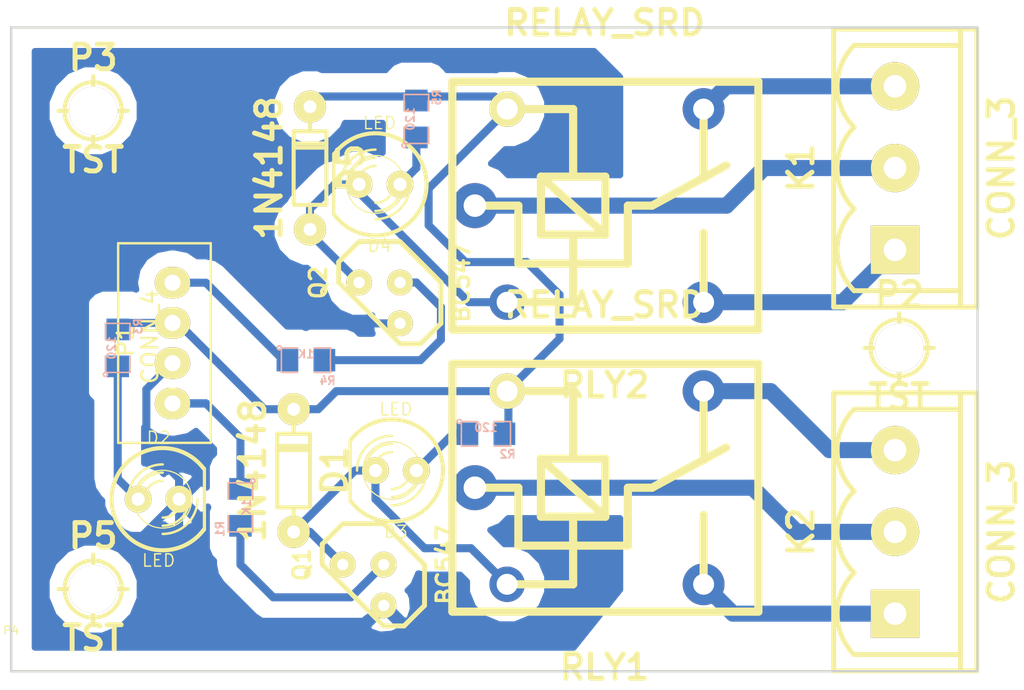
<source format=kicad_pcb>
(kicad_pcb (version 3) (host pcbnew "(2013-may-18)-stable")

  (general
    (links 29)
    (no_connects 0)
    (area 94.861234 36.5536 158.6484 78.9164)
    (thickness 1.6)
    (drawings 4)
    (tracks 91)
    (zones 0)
    (modules 21)
    (nets 18)
  )

  (page A3)
  (layers
    (15 F.Cu signal)
    (0 B.Cu signal)
    (16 B.Adhes user)
    (17 F.Adhes user)
    (18 B.Paste user)
    (19 F.Paste user)
    (20 B.SilkS user)
    (21 F.SilkS user)
    (22 B.Mask user)
    (23 F.Mask user)
    (24 Dwgs.User user)
    (25 Cmts.User user)
    (26 Eco1.User user)
    (27 Eco2.User user)
    (28 Edge.Cuts user)
  )

  (setup
    (last_trace_width 0.254)
    (user_trace_width 0.5)
    (user_trace_width 1)
    (user_trace_width 1.5)
    (user_trace_width 2)
    (trace_clearance 0.254)
    (zone_clearance 1.2)
    (zone_45_only no)
    (trace_min 0.254)
    (segment_width 0.2)
    (edge_width 0.15)
    (via_size 0.889)
    (via_drill 0.635)
    (via_min_size 0.889)
    (via_min_drill 0.508)
    (user_via 1.5 0.6)
    (user_via 1.9 1)
    (uvia_size 0.508)
    (uvia_drill 0.127)
    (uvias_allowed no)
    (uvia_min_size 0.508)
    (uvia_min_drill 0.127)
    (pcb_text_width 0.3)
    (pcb_text_size 1 1)
    (mod_edge_width 0.25)
    (mod_text_size 1 1)
    (mod_text_width 0.15)
    (pad_size 1.95 2.2)
    (pad_drill 1)
    (pad_to_mask_clearance 0.3)
    (aux_axis_origin 0 0)
    (visible_elements 7FFFFFFF)
    (pcbplotparams
      (layerselection 4194304)
      (usegerberextensions false)
      (excludeedgelayer false)
      (linewidth 0.150000)
      (plotframeref false)
      (viasonmask true)
      (mode 1)
      (useauxorigin false)
      (hpglpennumber 1)
      (hpglpenspeed 20)
      (hpglpendiameter 15)
      (hpglpenoverlay 2)
      (psnegative false)
      (psa4output false)
      (plotreference true)
      (plotvalue true)
      (plotothertext true)
      (plotinvisibletext true)
      (padsonsilk true)
      (subtractmaskfromsilk false)
      (outputformat 5)
      (mirror false)
      (drillshape 2)
      (scaleselection 1)
      (outputdirectory ""))
  )

  (net 0 "")
  (net 1 GND)
  (net 2 N-0000010)
  (net 3 N-0000011)
  (net 4 N-0000012)
  (net 5 N-0000016)
  (net 6 N-0000017)
  (net 7 N-0000018)
  (net 8 N-0000019)
  (net 9 N-000002)
  (net 10 N-0000020)
  (net 11 N-0000021)
  (net 12 N-000003)
  (net 13 N-000005)
  (net 14 N-000009)
  (net 15 "Relay 1")
  (net 16 "Relay 2")
  (net 17 VCC)

  (net_class Default "This is the default net class."
    (clearance 0.254)
    (trace_width 0.254)
    (via_dia 0.889)
    (via_drill 0.635)
    (uvia_dia 0.508)
    (uvia_drill 0.127)
    (add_net "")
    (add_net GND)
    (add_net N-0000010)
    (add_net N-0000011)
    (add_net N-0000012)
    (add_net N-0000016)
    (add_net N-0000017)
    (add_net N-0000018)
    (add_net N-0000019)
    (add_net N-000002)
    (add_net N-0000020)
    (add_net N-0000021)
    (add_net N-000003)
    (add_net N-000005)
    (add_net N-000009)
    (add_net "Relay 1")
    (add_net "Relay 2")
    (add_net VCC)
  )

  (module B4B-XH-A (layer F.Cu) (tedit 53361286) (tstamp 52A5CD27)
    (at 106.018 57.61 90)
    (path /52A5CA3D)
    (fp_text reference P1 (at 0.127 -2.921 90) (layer F.SilkS)
      (effects (font (size 1 1) (thickness 0.15)))
    )
    (fp_text value CONN_4 (at 0.381 -1.397 90) (layer F.SilkS)
      (effects (font (size 1 1) (thickness 0.15)))
    )
    (fp_line (start -6.2 2.375) (end -6.2 -3.375) (layer F.SilkS) (width 0.15))
    (fp_line (start 6.2 2.375) (end 6.2 -3.375) (layer F.SilkS) (width 0.15))
    (fp_line (start -6.2 -3.375) (end 6.2 -3.375) (layer F.SilkS) (width 0.15))
    (fp_line (start -6.2 2.375) (end 6.2 2.375) (layer F.SilkS) (width 0.15))
    (pad 1 thru_hole oval (at -3.75 0 90) (size 1.95 2.2) (drill 1)
      (layers *.Cu *.Mask F.SilkS)
      (net 15 "Relay 1")
    )
    (pad 2 thru_hole oval (at -1.25 0 90) (size 1.95 2.2) (drill 1)
      (layers *.Cu *.Mask F.SilkS)
      (net 1 GND)
    )
    (pad 3 thru_hole oval (at 1.25 0 90) (size 1.95 2.2) (drill 1)
      (layers *.Cu *.Mask F.SilkS)
      (net 17 VCC)
    )
    (pad 4 thru_hole oval (at 3.75 0 90) (size 1.95 2.2) (drill 1)
      (layers *.Cu *.Mask F.SilkS)
      (net 16 "Relay 2")
    )
    (model xh_connector/B4B-XH-A.wrl
      (at (xyz 0 0 0))
      (scale (xyz 1 1 1))
      (rotate (xyz -90 0 0))
    )
  )

  (module TO92-123 (layer F.Cu) (tedit 4C5F51CE) (tstamp 52A5CC24)
    (at 117.856 72.644 270)
    (descr "Transistor TO92 brochage type BC237")
    (tags "TR TO92")
    (path /523629EF)
    (fp_text reference Q1 (at -1.27 3.81 270) (layer F.SilkS)
      (effects (font (size 1.016 1.016) (thickness 0.2032)))
    )
    (fp_text value BC547 (at -1.27 -5.08 270) (layer F.SilkS)
      (effects (font (size 1.016 1.016) (thickness 0.2032)))
    )
    (fp_line (start -1.27 2.54) (end 2.54 -1.27) (layer F.SilkS) (width 0.3048))
    (fp_line (start 2.54 -1.27) (end 2.54 -2.54) (layer F.SilkS) (width 0.3048))
    (fp_line (start 2.54 -2.54) (end 1.27 -3.81) (layer F.SilkS) (width 0.3048))
    (fp_line (start 1.27 -3.81) (end -1.27 -3.81) (layer F.SilkS) (width 0.3048))
    (fp_line (start -1.27 -3.81) (end -3.81 -1.27) (layer F.SilkS) (width 0.3048))
    (fp_line (start -3.81 -1.27) (end -3.81 1.27) (layer F.SilkS) (width 0.3048))
    (fp_line (start -3.81 1.27) (end -2.54 2.54) (layer F.SilkS) (width 0.3048))
    (fp_line (start -2.54 2.54) (end -1.27 2.54) (layer F.SilkS) (width 0.3048))
    (pad 3 thru_hole circle (at 1.27 -1.27 270) (size 1.6 1.6) (drill 0.7)
      (layers *.Cu *.Mask F.SilkS)
      (net 1 GND)
    )
    (pad 2 thru_hole circle (at -1.27 -1.27 270) (size 1.6 1.6) (drill 0.7)
      (layers *.Cu *.Mask F.SilkS)
      (net 8 N-0000019)
    )
    (pad 1 thru_hole circle (at -1.27 1.27 270) (size 1.6 1.6) (drill 0.7)
      (layers *.Cu *.Mask F.SilkS)
      (net 10 N-0000020)
    )
    (model discret/to98.wrl
      (at (xyz 0 0 0))
      (scale (xyz 1 1 1))
      (rotate (xyz 0 0 0))
    )
  )

  (module TO92-123 (layer F.Cu) (tedit 52B5D9ED) (tstamp 52A5CC33)
    (at 118.872 55.118 270)
    (descr "Transistor TO92 brochage type BC237")
    (tags "TR TO92")
    (path /52A5CAA1)
    (fp_text reference Q2 (at -1.27 3.81 270) (layer F.SilkS)
      (effects (font (size 1.016 1.016) (thickness 0.2032)))
    )
    (fp_text value BC547 (at -1.27 -5.08 270) (layer F.SilkS)
      (effects (font (size 1.016 1.016) (thickness 0.2032)))
    )
    (fp_line (start -1.27 2.54) (end 2.54 -1.27) (layer F.SilkS) (width 0.3048))
    (fp_line (start 2.54 -1.27) (end 2.54 -2.54) (layer F.SilkS) (width 0.3048))
    (fp_line (start 2.54 -2.54) (end 1.27 -3.81) (layer F.SilkS) (width 0.3048))
    (fp_line (start 1.27 -3.81) (end -1.27 -3.81) (layer F.SilkS) (width 0.3048))
    (fp_line (start -1.27 -3.81) (end -3.81 -1.27) (layer F.SilkS) (width 0.3048))
    (fp_line (start -3.81 -1.27) (end -3.81 1.27) (layer F.SilkS) (width 0.3048))
    (fp_line (start -3.81 1.27) (end -2.54 2.54) (layer F.SilkS) (width 0.3048))
    (fp_line (start -2.54 2.54) (end -1.27 2.54) (layer F.SilkS) (width 0.3048))
    (pad 3 thru_hole circle (at 1.27 -1.27 270) (size 1.6 1.6) (drill 0.7)
      (layers *.Cu *.Mask F.SilkS)
      (net 1 GND)
    )
    (pad 2 thru_hole circle (at -1.27 -1.27 270) (size 1.6 1.6) (drill 0.7)
      (layers *.Cu *.Mask F.SilkS)
      (net 12 N-000003)
    )
    (pad 1 thru_hole circle (at -1.27 1.27 270) (size 1.6 1.6) (drill 0.7)
      (layers *.Cu *.Mask F.SilkS)
      (net 13 N-000005)
    )
    (model discret/to98.wrl
      (at (xyz 0 0 0))
      (scale (xyz 1 1 1))
      (rotate (xyz 0 0 0))
    )
  )

  (module relay_SRD (layer F.Cu) (tedit 52368803) (tstamp 52A5CC92)
    (at 132.842 49.022)
    (descr "relay, Tianbo HJR-3FF series")
    (path /52A5CADA)
    (fp_text reference RLY2 (at 0 11.2) (layer F.SilkS)
      (effects (font (size 1.524 1.524) (thickness 0.3048)))
    )
    (fp_text value RELAY_SRD (at 0 -11.3) (layer F.SilkS)
      (effects (font (size 1.524 1.524) (thickness 0.3048)))
    )
    (fp_line (start 9.55 7.75) (end 9.55 -7.65) (layer F.SilkS) (width 0.508))
    (fp_line (start -9.45 7.75) (end 9.55 7.75) (layer F.SilkS) (width 0.508))
    (fp_line (start -9.45 -7.65) (end 9.55 -7.65) (layer F.SilkS) (width 0.508))
    (fp_line (start -9.45 7.75) (end -9.45 -7.65) (layer F.SilkS) (width 0.508))
    (fp_line (start 6.15 1.75) (end 6.15 6.05) (layer F.SilkS) (width 0.508))
    (fp_line (start 6.15 -5.95) (end 6.15 -1.65) (layer F.SilkS) (width 0.508))
    (fp_line (start 1.45 0.05) (end 2.95 0.05) (layer F.SilkS) (width 0.508))
    (fp_line (start 2.95 0.05) (end 7.55 -2.45) (layer F.SilkS) (width 0.508))
    (fp_line (start 1.45 3.65) (end -5.35 3.65) (layer F.SilkS) (width 0.508))
    (fp_line (start 1.45 0.05) (end 1.45 3.65) (layer F.SilkS) (width 0.508))
    (fp_line (start -8.05 0.05) (end -5.35 0.05) (layer F.SilkS) (width 0.508))
    (fp_line (start -5.35 0.05) (end -5.35 3.65) (layer F.SilkS) (width 0.508))
    (fp_line (start -6.05 6.05) (end -1.95 6.05) (layer F.SilkS) (width 0.508))
    (fp_line (start -6.05 -5.95) (end -1.95 -5.95) (layer F.SilkS) (width 0.508))
    (fp_line (start -1.95 -5.95) (end -1.95 -1.75) (layer F.SilkS) (width 0.508))
    (fp_line (start -1.95 1.85) (end -1.95 6.05) (layer F.SilkS) (width 0.508))
    (fp_line (start 0.05 1.85) (end -3.95 -1.75) (layer F.SilkS) (width 0.508))
    (fp_line (start -3.95 1.85) (end -3.95 -1.75) (layer F.SilkS) (width 0.508))
    (fp_line (start -3.95 -1.75) (end 0.05 -1.75) (layer F.SilkS) (width 0.508))
    (fp_line (start 0.05 -1.75) (end 0.05 1.85) (layer F.SilkS) (width 0.508))
    (fp_line (start 0.05 1.85) (end -3.95 1.85) (layer F.SilkS) (width 0.508))
    (pad 2 thru_hole circle (at -6.05 6.05 90) (size 2.2 2.2) (drill 1.3)
      (layers *.Cu *.Mask)
      (net 13 N-000005)
    )
    (pad 3 thru_hole circle (at 6.15 6.05 90) (size 2.6 2.6) (drill 1.3)
      (layers *.Cu *.Mask)
      (net 6 N-0000017)
    )
    (pad 4 thru_hole circle (at 6.15 -5.95 90) (size 2.6 2.6) (drill 1.3)
      (layers *.Cu *.Mask)
      (net 4 N-0000012)
    )
    (pad 5 thru_hole circle (at -6.05 -5.95 90) (size 2.2 2.2) (drill 1.3)
      (layers *.Cu *.Mask F.SilkS)
      (net 17 VCC)
    )
    (pad 1 thru_hole circle (at -8.05 0.05 90) (size 2.8 2.8) (drill 1.4)
      (layers *.Cu *.Mask)
      (net 3 N-0000011)
    )
    (model walter/relay/relay_SRD.wrl
      (at (xyz 0 0 0))
      (scale (xyz 1 1 1))
      (rotate (xyz 0 0 0))
    )
  )

  (module relay_SRD (layer F.Cu) (tedit 52368803) (tstamp 52A5CCB0)
    (at 132.842 66.548)
    (descr "relay, Tianbo HJR-3FF series")
    (path /52364230)
    (fp_text reference RLY1 (at 0 11.2) (layer F.SilkS)
      (effects (font (size 1.524 1.524) (thickness 0.3048)))
    )
    (fp_text value RELAY_SRD (at 0 -11.3) (layer F.SilkS)
      (effects (font (size 1.524 1.524) (thickness 0.3048)))
    )
    (fp_line (start 9.55 7.75) (end 9.55 -7.65) (layer F.SilkS) (width 0.508))
    (fp_line (start -9.45 7.75) (end 9.55 7.75) (layer F.SilkS) (width 0.508))
    (fp_line (start -9.45 -7.65) (end 9.55 -7.65) (layer F.SilkS) (width 0.508))
    (fp_line (start -9.45 7.75) (end -9.45 -7.65) (layer F.SilkS) (width 0.508))
    (fp_line (start 6.15 1.75) (end 6.15 6.05) (layer F.SilkS) (width 0.508))
    (fp_line (start 6.15 -5.95) (end 6.15 -1.65) (layer F.SilkS) (width 0.508))
    (fp_line (start 1.45 0.05) (end 2.95 0.05) (layer F.SilkS) (width 0.508))
    (fp_line (start 2.95 0.05) (end 7.55 -2.45) (layer F.SilkS) (width 0.508))
    (fp_line (start 1.45 3.65) (end -5.35 3.65) (layer F.SilkS) (width 0.508))
    (fp_line (start 1.45 0.05) (end 1.45 3.65) (layer F.SilkS) (width 0.508))
    (fp_line (start -8.05 0.05) (end -5.35 0.05) (layer F.SilkS) (width 0.508))
    (fp_line (start -5.35 0.05) (end -5.35 3.65) (layer F.SilkS) (width 0.508))
    (fp_line (start -6.05 6.05) (end -1.95 6.05) (layer F.SilkS) (width 0.508))
    (fp_line (start -6.05 -5.95) (end -1.95 -5.95) (layer F.SilkS) (width 0.508))
    (fp_line (start -1.95 -5.95) (end -1.95 -1.75) (layer F.SilkS) (width 0.508))
    (fp_line (start -1.95 1.85) (end -1.95 6.05) (layer F.SilkS) (width 0.508))
    (fp_line (start 0.05 1.85) (end -3.95 -1.75) (layer F.SilkS) (width 0.508))
    (fp_line (start -3.95 1.85) (end -3.95 -1.75) (layer F.SilkS) (width 0.508))
    (fp_line (start -3.95 -1.75) (end 0.05 -1.75) (layer F.SilkS) (width 0.508))
    (fp_line (start 0.05 -1.75) (end 0.05 1.85) (layer F.SilkS) (width 0.508))
    (fp_line (start 0.05 1.85) (end -3.95 1.85) (layer F.SilkS) (width 0.508))
    (pad 2 thru_hole circle (at -6.05 6.05 90) (size 2.2 2.2) (drill 1.3)
      (layers *.Cu *.Mask)
      (net 10 N-0000020)
    )
    (pad 3 thru_hole circle (at 6.15 6.05 90) (size 2.6 2.6) (drill 1.3)
      (layers *.Cu *.Mask)
      (net 2 N-0000010)
    )
    (pad 4 thru_hole circle (at 6.15 -5.95 90) (size 2.6 2.6) (drill 1.3)
      (layers *.Cu *.Mask)
      (net 14 N-000009)
    )
    (pad 5 thru_hole circle (at -6.05 -5.95 90) (size 2.2 2.2) (drill 1.3)
      (layers *.Cu *.Mask F.SilkS)
      (net 17 VCC)
    )
    (pad 1 thru_hole circle (at -8.05 0.05 90) (size 2.8 2.8) (drill 1.4)
      (layers *.Cu *.Mask)
      (net 5 N-0000016)
    )
    (model walter/relay/relay_SRD.wrl
      (at (xyz 0 0 0))
      (scale (xyz 1 1 1))
      (rotate (xyz 0 0 0))
    )
  )

  (module LED-5MM (layer F.Cu) (tedit 50ADE86B) (tstamp 52A5CCE1)
    (at 118.872 47.752 180)
    (descr "LED 5mm - Lead pitch 100mil (2,54mm)")
    (tags "LED led 5mm 5MM 100mil 2,54mm")
    (path /52A5CAC8)
    (fp_text reference D4 (at 0 -3.81 180) (layer F.SilkS)
      (effects (font (size 0.762 0.762) (thickness 0.0889)))
    )
    (fp_text value LED (at 0 3.81 180) (layer F.SilkS)
      (effects (font (size 0.762 0.762) (thickness 0.0889)))
    )
    (fp_line (start 2.8448 1.905) (end 2.8448 -1.905) (layer F.SilkS) (width 0.2032))
    (fp_circle (center 0.254 0) (end -1.016 1.27) (layer F.SilkS) (width 0.0762))
    (fp_arc (start 0.254 0) (end 2.794 1.905) (angle 286.2) (layer F.SilkS) (width 0.254))
    (fp_arc (start 0.254 0) (end -0.889 0) (angle 90) (layer F.SilkS) (width 0.1524))
    (fp_arc (start 0.254 0) (end 1.397 0) (angle 90) (layer F.SilkS) (width 0.1524))
    (fp_arc (start 0.254 0) (end -1.397 0) (angle 90) (layer F.SilkS) (width 0.1524))
    (fp_arc (start 0.254 0) (end 1.905 0) (angle 90) (layer F.SilkS) (width 0.1524))
    (fp_arc (start 0.254 0) (end -1.905 0) (angle 90) (layer F.SilkS) (width 0.1524))
    (fp_arc (start 0.254 0) (end 2.413 0) (angle 90) (layer F.SilkS) (width 0.1524))
    (pad 1 thru_hole circle (at -1.27 0 180) (size 1.6764 1.6764) (drill 0.8128)
      (layers *.Cu *.Mask F.SilkS)
      (net 9 N-000002)
    )
    (pad 2 thru_hole circle (at 1.27 0 180) (size 1.6764 1.6764) (drill 0.8128)
      (layers *.Cu *.Mask F.SilkS)
      (net 13 N-000005)
    )
    (model discret/leds/led5_vertical_verde.wrl
      (at (xyz 0 0 0))
      (scale (xyz 1 1 1))
      (rotate (xyz 0 0 0))
    )
  )

  (module LED-5MM (layer F.Cu) (tedit 50ADE86B) (tstamp 52A5CCF0)
    (at 119.888 65.532 180)
    (descr "LED 5mm - Lead pitch 100mil (2,54mm)")
    (tags "LED led 5mm 5MM 100mil 2,54mm")
    (path /52363740)
    (fp_text reference D3 (at 0 -3.81 180) (layer F.SilkS)
      (effects (font (size 0.762 0.762) (thickness 0.0889)))
    )
    (fp_text value LED (at 0 3.81 180) (layer F.SilkS)
      (effects (font (size 0.762 0.762) (thickness 0.0889)))
    )
    (fp_line (start 2.8448 1.905) (end 2.8448 -1.905) (layer F.SilkS) (width 0.2032))
    (fp_circle (center 0.254 0) (end -1.016 1.27) (layer F.SilkS) (width 0.0762))
    (fp_arc (start 0.254 0) (end 2.794 1.905) (angle 286.2) (layer F.SilkS) (width 0.254))
    (fp_arc (start 0.254 0) (end -0.889 0) (angle 90) (layer F.SilkS) (width 0.1524))
    (fp_arc (start 0.254 0) (end 1.397 0) (angle 90) (layer F.SilkS) (width 0.1524))
    (fp_arc (start 0.254 0) (end -1.397 0) (angle 90) (layer F.SilkS) (width 0.1524))
    (fp_arc (start 0.254 0) (end 1.905 0) (angle 90) (layer F.SilkS) (width 0.1524))
    (fp_arc (start 0.254 0) (end -1.905 0) (angle 90) (layer F.SilkS) (width 0.1524))
    (fp_arc (start 0.254 0) (end 2.413 0) (angle 90) (layer F.SilkS) (width 0.1524))
    (pad 1 thru_hole circle (at -1.27 0 180) (size 1.6764 1.6764) (drill 0.8128)
      (layers *.Cu *.Mask F.SilkS)
      (net 11 N-0000021)
    )
    (pad 2 thru_hole circle (at 1.27 0 180) (size 1.6764 1.6764) (drill 0.8128)
      (layers *.Cu *.Mask F.SilkS)
      (net 10 N-0000020)
    )
    (model discret/leds/led5_vertical_verde.wrl
      (at (xyz 0 0 0))
      (scale (xyz 1 1 1))
      (rotate (xyz 0 0 0))
    )
  )

  (module LED-5MM (layer F.Cu) (tedit 50ADE86B) (tstamp 52A5CCFF)
    (at 105.156 67.31)
    (descr "LED 5mm - Lead pitch 100mil (2,54mm)")
    (tags "LED led 5mm 5MM 100mil 2,54mm")
    (path /523636CE)
    (fp_text reference D2 (at 0 -3.81) (layer F.SilkS)
      (effects (font (size 0.762 0.762) (thickness 0.0889)))
    )
    (fp_text value LED (at 0 3.81) (layer F.SilkS)
      (effects (font (size 0.762 0.762) (thickness 0.0889)))
    )
    (fp_line (start 2.8448 1.905) (end 2.8448 -1.905) (layer F.SilkS) (width 0.2032))
    (fp_circle (center 0.254 0) (end -1.016 1.27) (layer F.SilkS) (width 0.0762))
    (fp_arc (start 0.254 0) (end 2.794 1.905) (angle 286.2) (layer F.SilkS) (width 0.254))
    (fp_arc (start 0.254 0) (end -0.889 0) (angle 90) (layer F.SilkS) (width 0.1524))
    (fp_arc (start 0.254 0) (end 1.397 0) (angle 90) (layer F.SilkS) (width 0.1524))
    (fp_arc (start 0.254 0) (end -1.397 0) (angle 90) (layer F.SilkS) (width 0.1524))
    (fp_arc (start 0.254 0) (end 1.905 0) (angle 90) (layer F.SilkS) (width 0.1524))
    (fp_arc (start 0.254 0) (end -1.905 0) (angle 90) (layer F.SilkS) (width 0.1524))
    (fp_arc (start 0.254 0) (end 2.413 0) (angle 90) (layer F.SilkS) (width 0.1524))
    (pad 1 thru_hole circle (at -1.27 0) (size 1.6764 1.6764) (drill 0.8128)
      (layers *.Cu *.Mask F.SilkS)
      (net 7 N-0000018)
    )
    (pad 2 thru_hole circle (at 1.27 0) (size 1.6764 1.6764) (drill 0.8128)
      (layers *.Cu *.Mask F.SilkS)
      (net 1 GND)
    )
    (model discret/leds/led5_vertical_verde.wrl
      (at (xyz 0 0 0))
      (scale (xyz 1 1 1))
      (rotate (xyz 0 0 0))
    )
  )

  (module diode_do35 (layer F.Cu) (tedit 4B90E117) (tstamp 52A5CD0D)
    (at 114.554 46.736 90)
    (descr "Diode, DO-35 package")
    (path /52A5CAA7)
    (fp_text reference D5 (at 0 2.54 90) (layer F.SilkS)
      (effects (font (size 1.524 1.524) (thickness 0.3048)))
    )
    (fp_text value 1N4148 (at 0 -2.54 90) (layer F.SilkS)
      (effects (font (size 1.524 1.524) (thickness 0.3048)))
    )
    (fp_line (start 1.524 1.016) (end 1.524 -1.016) (layer F.SilkS) (width 0.254))
    (fp_line (start 1.27 -1.016) (end 1.27 1.016) (layer F.SilkS) (width 0.254))
    (fp_line (start 3.81 0) (end 2.286 0) (layer F.SilkS) (width 0.254))
    (fp_line (start -2.286 0) (end -3.81 0) (layer F.SilkS) (width 0.254))
    (fp_line (start -2.286 -1.016) (end 2.286 -1.016) (layer F.SilkS) (width 0.254))
    (fp_line (start 2.286 -1.016) (end 2.286 1.016) (layer F.SilkS) (width 0.254))
    (fp_line (start 2.286 1.016) (end -2.286 1.016) (layer F.SilkS) (width 0.254))
    (fp_line (start -2.286 1.016) (end -2.286 -1.016) (layer F.SilkS) (width 0.254))
    (pad 1 thru_hole circle (at -3.81 0 90) (size 1.99898 1.99898) (drill 0.8001)
      (layers *.Cu *.Mask F.SilkS)
      (net 13 N-000005)
    )
    (pad 2 thru_hole circle (at 3.81 0 90) (size 1.99898 1.99898) (drill 0.8001)
      (layers *.Cu *.Mask F.SilkS)
      (net 17 VCC)
    )
    (model walter/pth_diodes/diode_do35.wrl
      (at (xyz 0 0 0))
      (scale (xyz 1 1 1))
      (rotate (xyz 0 0 0))
    )
  )

  (module diode_do35 (layer F.Cu) (tedit 4B90E117) (tstamp 52A5CD1B)
    (at 113.538 65.532 90)
    (descr "Diode, DO-35 package")
    (path /52362D2B)
    (fp_text reference D1 (at 0 2.54 90) (layer F.SilkS)
      (effects (font (size 1.524 1.524) (thickness 0.3048)))
    )
    (fp_text value 1N4148 (at 0 -2.54 90) (layer F.SilkS)
      (effects (font (size 1.524 1.524) (thickness 0.3048)))
    )
    (fp_line (start 1.524 1.016) (end 1.524 -1.016) (layer F.SilkS) (width 0.254))
    (fp_line (start 1.27 -1.016) (end 1.27 1.016) (layer F.SilkS) (width 0.254))
    (fp_line (start 3.81 0) (end 2.286 0) (layer F.SilkS) (width 0.254))
    (fp_line (start -2.286 0) (end -3.81 0) (layer F.SilkS) (width 0.254))
    (fp_line (start -2.286 -1.016) (end 2.286 -1.016) (layer F.SilkS) (width 0.254))
    (fp_line (start 2.286 -1.016) (end 2.286 1.016) (layer F.SilkS) (width 0.254))
    (fp_line (start 2.286 1.016) (end -2.286 1.016) (layer F.SilkS) (width 0.254))
    (fp_line (start -2.286 1.016) (end -2.286 -1.016) (layer F.SilkS) (width 0.254))
    (pad 1 thru_hole circle (at -3.81 0 90) (size 1.99898 1.99898) (drill 0.8001)
      (layers *.Cu *.Mask F.SilkS)
      (net 10 N-0000020)
    )
    (pad 2 thru_hole circle (at 3.81 0 90) (size 1.99898 1.99898) (drill 0.8001)
      (layers *.Cu *.Mask F.SilkS)
      (net 17 VCC)
    )
    (model walter/pth_diodes/diode_do35.wrl
      (at (xyz 0 0 0))
      (scale (xyz 1 1 1))
      (rotate (xyz 0 0 0))
    )
  )

  (module hole_3mm (layer F.Cu) (tedit 4A83D5D5) (tstamp 52A61B33)
    (at 151.13 57.912)
    (descr "Hole 3mm")
    (path /52A61B6C)
    (fp_text reference P2 (at 0 -3.302) (layer F.SilkS)
      (effects (font (size 1.524 1.524) (thickness 0.3048)))
    )
    (fp_text value TST (at 0 3.048) (layer F.SilkS)
      (effects (font (size 1.524 1.524) (thickness 0.3048)))
    )
    (fp_line (start 0 -2.159) (end 0 2.159) (layer F.SilkS) (width 0.254))
    (fp_line (start -2.159 0) (end 2.159 0) (layer F.SilkS) (width 0.254))
    (fp_circle (center 0 0) (end 1.778 0) (layer F.SilkS) (width 0.254))
    (pad 1 thru_hole circle (at 0 0) (size 2.99974 2.99974) (drill 2.99974)
      (layers *.Cu F.SilkS)
    )
    (model walter/details/hole.wrl
      (at (xyz 0 0 0))
      (scale (xyz 1 1 1))
      (rotate (xyz 0 0 0))
    )
  )

  (module hole_3mm (layer F.Cu) (tedit 4A83D5D5) (tstamp 52A61B3B)
    (at 101.092 43.18)
    (descr "Hole 3mm")
    (path /52A61B7B)
    (fp_text reference P3 (at 0 -3.302) (layer F.SilkS)
      (effects (font (size 1.524 1.524) (thickness 0.3048)))
    )
    (fp_text value TST (at 0 3.048) (layer F.SilkS)
      (effects (font (size 1.524 1.524) (thickness 0.3048)))
    )
    (fp_line (start 0 -2.159) (end 0 2.159) (layer F.SilkS) (width 0.254))
    (fp_line (start -2.159 0) (end 2.159 0) (layer F.SilkS) (width 0.254))
    (fp_circle (center 0 0) (end 1.778 0) (layer F.SilkS) (width 0.254))
    (pad 1 thru_hole circle (at 0 0) (size 2.99974 2.99974) (drill 2.99974)
      (layers *.Cu F.SilkS)
    )
    (model walter/details/hole.wrl
      (at (xyz 0 0 0))
      (scale (xyz 1 1 1))
      (rotate (xyz 0 0 0))
    )
  )

  (module PLACA (layer F.Cu) (tedit 4A8EE2AC) (tstamp 52A61BAF)
    (at 96 78)
    (path /52A61C56)
    (fp_text reference P4 (at 0 -2.54) (layer F.SilkS)
      (effects (font (size 0.508 0.508) (thickness 0.0762)))
    )
    (fp_text value TST (at 0 0) (layer F.SilkS) hide
      (effects (font (size 0.508 0.508) (thickness 0.0762)))
    )
    (model fr4/placa_trans.wrl
      (at (xyz 0 0 0))
      (scale (xyz 6 4 1))
      (rotate (xyz 0 0 0))
    )
  )

  (module hole_3mm (layer F.Cu) (tedit 4A83D5D5) (tstamp 52A61CB0)
    (at 101.092 72.898)
    (descr "Hole 3mm")
    (path /52A61C8A)
    (fp_text reference P5 (at 0 -3.302) (layer F.SilkS)
      (effects (font (size 1.524 1.524) (thickness 0.3048)))
    )
    (fp_text value TST (at 0 3.048) (layer F.SilkS)
      (effects (font (size 1.524 1.524) (thickness 0.3048)))
    )
    (fp_line (start 0 -2.159) (end 0 2.159) (layer F.SilkS) (width 0.254))
    (fp_line (start -2.159 0) (end 2.159 0) (layer F.SilkS) (width 0.254))
    (fp_circle (center 0 0) (end 1.778 0) (layer F.SilkS) (width 0.254))
    (pad 1 thru_hole circle (at 0 0) (size 2.99974 2.99974) (drill 2.99974)
      (layers *.Cu F.SilkS)
    )
    (model walter/details/hole.wrl
      (at (xyz 0 0 0))
      (scale (xyz 1 1 1))
      (rotate (xyz 0 0 0))
    )
  )

  (module SM0805LarguePads (layer B.Cu) (tedit 53171FBB) (tstamp 52A5CC40)
    (at 110.236 67.818 270)
    (path /52362D3A)
    (attr smd)
    (fp_text reference R1 (at 1.3462 1.27 270) (layer B.SilkS)
      (effects (font (size 0.50038 0.50038) (thickness 0.10922)) (justify mirror))
    )
    (fp_text value 1K (at 0 -0.381 270) (layer B.SilkS)
      (effects (font (size 0.50038 0.50038) (thickness 0.10922)) (justify mirror))
    )
    (fp_circle (center -1.651 -0.762) (end -1.651 -0.635) (layer B.SilkS) (width 0.09906))
    (fp_line (start -0.508 -0.762) (end -1.524 -0.762) (layer B.SilkS) (width 0.09906))
    (fp_line (start -1.524 -0.762) (end -1.524 0.762) (layer B.SilkS) (width 0.09906))
    (fp_line (start -1.524 0.762) (end -0.508 0.762) (layer B.SilkS) (width 0.09906))
    (fp_line (start 0.508 0.762) (end 1.524 0.762) (layer B.SilkS) (width 0.09906))
    (fp_line (start 1.524 0.762) (end 1.524 -0.762) (layer B.SilkS) (width 0.09906))
    (fp_line (start 1.524 -0.762) (end 0.508 -0.762) (layer B.SilkS) (width 0.09906))
    (pad 1 smd rect (at -1.147 0 270) (size 1.35 1.397)
      (layers B.Cu B.Paste B.Mask)
      (net 15 "Relay 1")
    )
    (pad 2 smd rect (at 1.147 0 270) (size 1.35 1.397)
      (layers B.Cu B.Paste B.Mask)
      (net 8 N-0000019)
    )
    (model smd/chip_cms.wrl
      (at (xyz 0 0 0))
      (scale (xyz 0.1 0.1 0.1))
      (rotate (xyz 0 0 0))
    )
  )

  (module SM0805LarguePads (layer B.Cu) (tedit 53171FBB) (tstamp 52A5CC4D)
    (at 121.158 43.688 90)
    (path /52A5CACE)
    (attr smd)
    (fp_text reference R5 (at 1.3462 1.27 90) (layer B.SilkS)
      (effects (font (size 0.50038 0.50038) (thickness 0.10922)) (justify mirror))
    )
    (fp_text value 120 (at 0 -0.381 90) (layer B.SilkS)
      (effects (font (size 0.50038 0.50038) (thickness 0.10922)) (justify mirror))
    )
    (fp_circle (center -1.651 -0.762) (end -1.651 -0.635) (layer B.SilkS) (width 0.09906))
    (fp_line (start -0.508 -0.762) (end -1.524 -0.762) (layer B.SilkS) (width 0.09906))
    (fp_line (start -1.524 -0.762) (end -1.524 0.762) (layer B.SilkS) (width 0.09906))
    (fp_line (start -1.524 0.762) (end -0.508 0.762) (layer B.SilkS) (width 0.09906))
    (fp_line (start 0.508 0.762) (end 1.524 0.762) (layer B.SilkS) (width 0.09906))
    (fp_line (start 1.524 0.762) (end 1.524 -0.762) (layer B.SilkS) (width 0.09906))
    (fp_line (start 1.524 -0.762) (end 0.508 -0.762) (layer B.SilkS) (width 0.09906))
    (pad 1 smd rect (at -1.147 0 90) (size 1.35 1.397)
      (layers B.Cu B.Paste B.Mask)
      (net 9 N-000002)
    )
    (pad 2 smd rect (at 1.147 0 90) (size 1.35 1.397)
      (layers B.Cu B.Paste B.Mask)
      (net 17 VCC)
    )
    (model smd/chip_cms.wrl
      (at (xyz 0 0 0))
      (scale (xyz 0.1 0.1 0.1))
      (rotate (xyz 0 0 0))
    )
  )

  (module SM0805LarguePads (layer B.Cu) (tedit 53171FBB) (tstamp 52A5CC5A)
    (at 125.476 63.246)
    (path /52363759)
    (attr smd)
    (fp_text reference R2 (at 1.3462 1.27) (layer B.SilkS)
      (effects (font (size 0.50038 0.50038) (thickness 0.10922)) (justify mirror))
    )
    (fp_text value 120 (at 0 -0.381) (layer B.SilkS)
      (effects (font (size 0.50038 0.50038) (thickness 0.10922)) (justify mirror))
    )
    (fp_circle (center -1.651 -0.762) (end -1.651 -0.635) (layer B.SilkS) (width 0.09906))
    (fp_line (start -0.508 -0.762) (end -1.524 -0.762) (layer B.SilkS) (width 0.09906))
    (fp_line (start -1.524 -0.762) (end -1.524 0.762) (layer B.SilkS) (width 0.09906))
    (fp_line (start -1.524 0.762) (end -0.508 0.762) (layer B.SilkS) (width 0.09906))
    (fp_line (start 0.508 0.762) (end 1.524 0.762) (layer B.SilkS) (width 0.09906))
    (fp_line (start 1.524 0.762) (end 1.524 -0.762) (layer B.SilkS) (width 0.09906))
    (fp_line (start 1.524 -0.762) (end 0.508 -0.762) (layer B.SilkS) (width 0.09906))
    (pad 1 smd rect (at -1.147 0) (size 1.35 1.397)
      (layers B.Cu B.Paste B.Mask)
      (net 11 N-0000021)
    )
    (pad 2 smd rect (at 1.147 0) (size 1.35 1.397)
      (layers B.Cu B.Paste B.Mask)
      (net 17 VCC)
    )
    (model smd/chip_cms.wrl
      (at (xyz 0 0 0))
      (scale (xyz 0.1 0.1 0.1))
      (rotate (xyz 0 0 0))
    )
  )

  (module SM0805LarguePads (layer B.Cu) (tedit 53171FBB) (tstamp 52A5CC67)
    (at 102.616 57.912 90)
    (path /52364E46)
    (attr smd)
    (fp_text reference R3 (at 1.3462 1.27 90) (layer B.SilkS)
      (effects (font (size 0.50038 0.50038) (thickness 0.10922)) (justify mirror))
    )
    (fp_text value 120 (at 0 -0.381 90) (layer B.SilkS)
      (effects (font (size 0.50038 0.50038) (thickness 0.10922)) (justify mirror))
    )
    (fp_circle (center -1.651 -0.762) (end -1.651 -0.635) (layer B.SilkS) (width 0.09906))
    (fp_line (start -0.508 -0.762) (end -1.524 -0.762) (layer B.SilkS) (width 0.09906))
    (fp_line (start -1.524 -0.762) (end -1.524 0.762) (layer B.SilkS) (width 0.09906))
    (fp_line (start -1.524 0.762) (end -0.508 0.762) (layer B.SilkS) (width 0.09906))
    (fp_line (start 0.508 0.762) (end 1.524 0.762) (layer B.SilkS) (width 0.09906))
    (fp_line (start 1.524 0.762) (end 1.524 -0.762) (layer B.SilkS) (width 0.09906))
    (fp_line (start 1.524 -0.762) (end 0.508 -0.762) (layer B.SilkS) (width 0.09906))
    (pad 1 smd rect (at -1.147 0 90) (size 1.35 1.397)
      (layers B.Cu B.Paste B.Mask)
      (net 7 N-0000018)
    )
    (pad 2 smd rect (at 1.147 0 90) (size 1.35 1.397)
      (layers B.Cu B.Paste B.Mask)
      (net 17 VCC)
    )
    (model smd/chip_cms.wrl
      (at (xyz 0 0 0))
      (scale (xyz 0.1 0.1 0.1))
      (rotate (xyz 0 0 0))
    )
  )

  (module SM0805LarguePads (layer B.Cu) (tedit 53171FBB) (tstamp 52A5CC74)
    (at 114.3 58.674)
    (path /52A5CAAD)
    (attr smd)
    (fp_text reference R4 (at 1.3462 1.27) (layer B.SilkS)
      (effects (font (size 0.50038 0.50038) (thickness 0.10922)) (justify mirror))
    )
    (fp_text value 1K (at 0 -0.381) (layer B.SilkS)
      (effects (font (size 0.50038 0.50038) (thickness 0.10922)) (justify mirror))
    )
    (fp_circle (center -1.651 -0.762) (end -1.651 -0.635) (layer B.SilkS) (width 0.09906))
    (fp_line (start -0.508 -0.762) (end -1.524 -0.762) (layer B.SilkS) (width 0.09906))
    (fp_line (start -1.524 -0.762) (end -1.524 0.762) (layer B.SilkS) (width 0.09906))
    (fp_line (start -1.524 0.762) (end -0.508 0.762) (layer B.SilkS) (width 0.09906))
    (fp_line (start 0.508 0.762) (end 1.524 0.762) (layer B.SilkS) (width 0.09906))
    (fp_line (start 1.524 0.762) (end 1.524 -0.762) (layer B.SilkS) (width 0.09906))
    (fp_line (start 1.524 -0.762) (end 0.508 -0.762) (layer B.SilkS) (width 0.09906))
    (pad 1 smd rect (at -1.147 0) (size 1.35 1.397)
      (layers B.Cu B.Paste B.Mask)
      (net 16 "Relay 2")
    )
    (pad 2 smd rect (at 1.147 0) (size 1.35 1.397)
      (layers B.Cu B.Paste B.Mask)
      (net 12 N-000003)
    )
    (model smd/chip_cms.wrl
      (at (xyz 0 0 0))
      (scale (xyz 0.1 0.1 0.1))
      (rotate (xyz 0 0 0))
    )
  )

  (module mstbva_2,5/3-g-5,08 (layer F.Cu) (tedit 4A8695FF) (tstamp 52A5CCC1)
    (at 150.876 46.736 90)
    (descr "Terminal block 3 pins, Phoenix MSTBVA 2,5/3-G-5,08")
    (tags DEV)
    (path /52A5CAE1)
    (fp_text reference K1 (at 0 -5.842 90) (layer F.SilkS)
      (effects (font (size 1.524 1.524) (thickness 0.3048)))
    )
    (fp_text value CONN_3 (at 0 6.604 90) (layer F.SilkS)
      (effects (font (size 1.524 1.524) (thickness 0.3048)))
    )
    (fp_line (start 8.636 5.08) (end -8.636 5.08) (layer F.SilkS) (width 0.3048))
    (fp_line (start -8.636 4.064) (end 8.636 4.064) (layer F.SilkS) (width 0.3048))
    (fp_line (start 8.636 -3.81) (end -8.636 -3.81) (layer F.SilkS) (width 0.3048))
    (fp_line (start -8.636 -3.81) (end -8.636 5.08) (layer F.SilkS) (width 0.3048))
    (fp_line (start 8.636 5.08) (end 8.636 -3.81) (layer F.SilkS) (width 0.3048))
    (fp_arc (start -5.08 0) (end -7.62 -2.54) (angle 90) (layer F.SilkS) (width 0.3048))
    (fp_arc (start 0 0) (end -2.54 -2.54) (angle 90) (layer F.SilkS) (width 0.3048))
    (fp_line (start 7.62 -2.54) (end 7.62 4.064) (layer F.SilkS) (width 0.3048))
    (fp_line (start -7.62 -2.54) (end -7.62 4.064) (layer F.SilkS) (width 0.3048))
    (fp_arc (start 5.08 0) (end 2.54 -2.54) (angle 90) (layer F.SilkS) (width 0.3048))
    (pad 1 thru_hole rect (at -5.08 0 90) (size 2.99974 2.99974) (drill 1.39954)
      (layers *.Cu *.Mask F.SilkS)
      (net 6 N-0000017)
    )
    (pad 3 thru_hole circle (at 5.08 0 90) (size 2.99974 2.99974) (drill 1.39954)
      (layers *.Cu *.Mask F.SilkS)
      (net 4 N-0000012)
    )
    (pad 2 thru_hole circle (at 0 0 90) (size 2.99974 2.99974) (drill 1.39954)
      (layers *.Cu *.Mask F.SilkS)
      (net 3 N-0000011)
    )
    (model walter/conn_screw/mstbva_2,5-3-g-5,08.wrl
      (at (xyz 0 0 0))
      (scale (xyz 1 1 1))
      (rotate (xyz 0 0 0))
    )
  )

  (module mstbva_2,5/3-g-5,08 (layer F.Cu) (tedit 4A8695FF) (tstamp 52A5CCD2)
    (at 150.876 69.342 90)
    (descr "Terminal block 3 pins, Phoenix MSTBVA 2,5/3-G-5,08")
    (tags DEV)
    (path /523661E1)
    (fp_text reference K2 (at 0 -5.842 90) (layer F.SilkS)
      (effects (font (size 1.524 1.524) (thickness 0.3048)))
    )
    (fp_text value CONN_3 (at 0 6.604 90) (layer F.SilkS)
      (effects (font (size 1.524 1.524) (thickness 0.3048)))
    )
    (fp_line (start 8.636 5.08) (end -8.636 5.08) (layer F.SilkS) (width 0.3048))
    (fp_line (start -8.636 4.064) (end 8.636 4.064) (layer F.SilkS) (width 0.3048))
    (fp_line (start 8.636 -3.81) (end -8.636 -3.81) (layer F.SilkS) (width 0.3048))
    (fp_line (start -8.636 -3.81) (end -8.636 5.08) (layer F.SilkS) (width 0.3048))
    (fp_line (start 8.636 5.08) (end 8.636 -3.81) (layer F.SilkS) (width 0.3048))
    (fp_arc (start -5.08 0) (end -7.62 -2.54) (angle 90) (layer F.SilkS) (width 0.3048))
    (fp_arc (start 0 0) (end -2.54 -2.54) (angle 90) (layer F.SilkS) (width 0.3048))
    (fp_line (start 7.62 -2.54) (end 7.62 4.064) (layer F.SilkS) (width 0.3048))
    (fp_line (start -7.62 -2.54) (end -7.62 4.064) (layer F.SilkS) (width 0.3048))
    (fp_arc (start 5.08 0) (end 2.54 -2.54) (angle 90) (layer F.SilkS) (width 0.3048))
    (pad 1 thru_hole rect (at -5.08 0 90) (size 2.99974 2.99974) (drill 1.39954)
      (layers *.Cu *.Mask F.SilkS)
      (net 2 N-0000010)
    )
    (pad 3 thru_hole circle (at 5.08 0 90) (size 2.99974 2.99974) (drill 1.39954)
      (layers *.Cu *.Mask F.SilkS)
      (net 14 N-000009)
    )
    (pad 2 thru_hole circle (at 0 0 90) (size 2.99974 2.99974) (drill 1.39954)
      (layers *.Cu *.Mask F.SilkS)
      (net 5 N-0000016)
    )
    (model walter/conn_screw/mstbva_2,5-3-g-5,08.wrl
      (at (xyz 0 0 0))
      (scale (xyz 1 1 1))
      (rotate (xyz 0 0 0))
    )
  )

  (gr_line (start 96 78) (end 156 78) (angle 90) (layer Edge.Cuts) (width 0.15))
  (gr_line (start 96 38) (end 96 78) (angle 90) (layer Edge.Cuts) (width 0.15))
  (gr_line (start 156 38) (end 96 38) (angle 90) (layer Edge.Cuts) (width 0.15))
  (gr_line (start 156 78) (end 156 38) (angle 90) (layer Edge.Cuts) (width 0.15))

  (segment (start 120.142 56.388) (end 116.586 56.388) (width 0.5) (layer B.Cu) (net 1))
  (segment (start 104.14 69.596) (end 106.426 67.31) (width 0.5) (layer B.Cu) (net 1) (tstamp 52A616F1))
  (segment (start 103.124 69.596) (end 104.14 69.596) (width 0.5) (layer B.Cu) (net 1) (tstamp 52A616EF))
  (segment (start 100.584 67.056) (end 103.124 69.596) (width 0.5) (layer B.Cu) (net 1) (tstamp 52A616ED))
  (segment (start 100.584 54.356) (end 100.584 67.056) (width 0.5) (layer B.Cu) (net 1) (tstamp 52A616EB))
  (segment (start 103.378 51.562) (end 100.584 54.356) (width 0.5) (layer B.Cu) (net 1) (tstamp 52A616E9))
  (segment (start 111.76 51.562) (end 103.378 51.562) (width 0.5) (layer B.Cu) (net 1) (tstamp 52A616E7))
  (segment (start 116.586 56.388) (end 111.76 51.562) (width 0.5) (layer B.Cu) (net 1) (tstamp 52A616E5))
  (segment (start 106.426 67.31) (end 106.426 66.04) (width 0.5) (layer B.Cu) (net 1))
  (segment (start 104.394 60.484) (end 106.018 58.86) (width 0.5) (layer B.Cu) (net 1) (tstamp 52A616C2))
  (segment (start 104.394 64.008) (end 104.394 60.484) (width 0.5) (layer B.Cu) (net 1) (tstamp 52A616C0))
  (segment (start 106.426 66.04) (end 104.394 64.008) (width 0.5) (layer B.Cu) (net 1) (tstamp 52A616BF))
  (segment (start 106.426 67.31) (end 106.426 73.66) (width 0.5) (layer B.Cu) (net 1))
  (segment (start 106.426 73.66) (end 107.696 74.93) (width 0.5) (layer B.Cu) (net 1) (tstamp 52A61365))
  (segment (start 107.696 74.93) (end 118.11 74.93) (width 0.5) (layer B.Cu) (net 1) (tstamp 52A61366))
  (segment (start 118.11 74.93) (end 119.126 73.914) (width 0.5) (layer B.Cu) (net 1) (tstamp 52A61367))
  (segment (start 150.876 74.422) (end 140.816 74.422) (width 1) (layer B.Cu) (net 2))
  (segment (start 140.816 74.422) (end 138.992 72.598) (width 1) (layer B.Cu) (net 2) (tstamp 52A61C66))
  (segment (start 150.876 46.736) (end 142.748 46.736) (width 1) (layer B.Cu) (net 3))
  (segment (start 140.412 49.072) (end 124.792 49.072) (width 1) (layer B.Cu) (net 3) (tstamp 52A61AA4))
  (segment (start 142.748 46.736) (end 140.412 49.072) (width 1) (layer B.Cu) (net 3) (tstamp 52A61AA3))
  (segment (start 150.876 41.656) (end 140.408 41.656) (width 1) (layer B.Cu) (net 4))
  (segment (start 140.408 41.656) (end 138.992 43.072) (width 1) (layer B.Cu) (net 4) (tstamp 52A61A9F))
  (segment (start 150.876 69.342) (end 144.78 69.342) (width 1) (layer B.Cu) (net 5))
  (segment (start 142.036 66.598) (end 124.792 66.598) (width 1) (layer B.Cu) (net 5) (tstamp 52A61C6A))
  (segment (start 144.78 69.342) (end 142.036 66.598) (width 1) (layer B.Cu) (net 5) (tstamp 52A61C69))
  (segment (start 138.992 55.072) (end 147.62 55.072) (width 1) (layer B.Cu) (net 6))
  (segment (start 147.62 55.072) (end 150.876 51.816) (width 1) (layer B.Cu) (net 6) (tstamp 52A61AB9))
  (segment (start 102.616 59.309) (end 102.616 66.04) (width 0.5) (layer B.Cu) (net 7))
  (segment (start 102.616 66.04) (end 103.886 67.31) (width 0.5) (layer B.Cu) (net 7) (tstamp 52A616BC))
  (segment (start 119.126 71.374) (end 117.094 73.406) (width 0.5) (layer B.Cu) (net 8))
  (segment (start 110.236 71.374) (end 110.236 69.215) (width 0.5) (layer B.Cu) (net 8) (tstamp 52A61804))
  (segment (start 112.268 73.406) (end 110.236 71.374) (width 0.5) (layer B.Cu) (net 8) (tstamp 52A61803))
  (segment (start 117.094 73.406) (end 112.268 73.406) (width 0.5) (layer B.Cu) (net 8) (tstamp 52A61802))
  (segment (start 121.158 45.085) (end 121.158 46.736) (width 0.5) (layer B.Cu) (net 9))
  (segment (start 121.158 46.736) (end 120.142 47.752) (width 0.5) (layer B.Cu) (net 9) (tstamp 52A61761))
  (segment (start 113.538 69.342) (end 114.554 69.342) (width 0.5) (layer B.Cu) (net 10))
  (segment (start 114.554 69.342) (end 116.586 71.374) (width 0.5) (layer B.Cu) (net 10) (tstamp 52A617FE))
  (segment (start 118.618 65.532) (end 117.348 65.532) (width 0.5) (layer B.Cu) (net 10))
  (segment (start 117.348 65.532) (end 113.538 69.342) (width 0.5) (layer B.Cu) (net 10) (tstamp 52A617FB))
  (segment (start 118.618 65.532) (end 118.618 67.31) (width 0.5) (layer B.Cu) (net 10))
  (segment (start 124.552 70.358) (end 126.792 72.598) (width 0.5) (layer B.Cu) (net 10) (tstamp 52A61418))
  (segment (start 121.666 70.358) (end 124.552 70.358) (width 0.5) (layer B.Cu) (net 10) (tstamp 52A61416))
  (segment (start 118.618 67.31) (end 121.666 70.358) (width 0.5) (layer B.Cu) (net 10) (tstamp 52A61414))
  (segment (start 124.079 63.246) (end 123.444 63.246) (width 0.5) (layer B.Cu) (net 11))
  (segment (start 123.444 63.246) (end 121.158 65.532) (width 0.5) (layer B.Cu) (net 11) (tstamp 52A61438))
  (segment (start 115.697 58.674) (end 121.412 58.674) (width 0.5) (layer B.Cu) (net 12))
  (segment (start 121.158 53.848) (end 120.142 53.848) (width 0.5) (layer B.Cu) (net 12) (tstamp 52A61837))
  (segment (start 122.682 55.372) (end 121.158 53.848) (width 0.5) (layer B.Cu) (net 12) (tstamp 52A61836))
  (segment (start 122.682 57.404) (end 122.682 55.372) (width 0.5) (layer B.Cu) (net 12) (tstamp 52A61835))
  (segment (start 121.412 58.674) (end 122.682 57.404) (width 0.5) (layer B.Cu) (net 12) (tstamp 52A61834))
  (segment (start 114.554 50.546) (end 114.554 49.276) (width 0.5) (layer B.Cu) (net 13))
  (segment (start 116.078 47.752) (end 117.602 47.752) (width 0.5) (layer B.Cu) (net 13) (tstamp 52A617A3))
  (segment (start 114.554 49.276) (end 116.078 47.752) (width 0.5) (layer B.Cu) (net 13) (tstamp 52A617A2))
  (segment (start 126.792 55.072) (end 124.414 55.072) (width 0.5) (layer B.Cu) (net 13))
  (segment (start 117.602 48.26) (end 117.602 47.752) (width 0.5) (layer B.Cu) (net 13) (tstamp 52A61775))
  (segment (start 124.414 55.072) (end 117.602 48.26) (width 0.5) (layer B.Cu) (net 13) (tstamp 52A61773))
  (segment (start 114.554 50.546) (end 114.554 50.8) (width 0.5) (layer B.Cu) (net 13))
  (segment (start 114.554 50.8) (end 117.602 53.848) (width 0.5) (layer B.Cu) (net 13) (tstamp 52A613C6))
  (segment (start 150.876 64.262) (end 146.812 64.262) (width 1) (layer B.Cu) (net 14))
  (segment (start 143.148 60.598) (end 138.992 60.598) (width 1) (layer B.Cu) (net 14) (tstamp 52A61C6E))
  (segment (start 146.812 64.262) (end 143.148 60.598) (width 1) (layer B.Cu) (net 14) (tstamp 52A61C6D))
  (segment (start 110.236 66.421) (end 110.236 63.5) (width 0.5) (layer B.Cu) (net 15))
  (segment (start 110.236 63.5) (end 108.096 61.36) (width 0.5) (layer B.Cu) (net 15) (tstamp 52A61809))
  (segment (start 108.096 61.36) (end 106.018 61.36) (width 0.5) (layer B.Cu) (net 15) (tstamp 52A6180B))
  (segment (start 106.018 61.36) (end 108.096 61.36) (width 0.5) (layer B.Cu) (net 15))
  (segment (start 106.018 53.86) (end 108.089 53.86) (width 0.5) (layer B.Cu) (net 16))
  (segment (start 108.089 53.86) (end 112.903 58.674) (width 0.5) (layer B.Cu) (net 16) (tstamp 52A6182E))
  (segment (start 106.018 56.36) (end 106.36 56.36) (width 0.5) (layer B.Cu) (net 17))
  (segment (start 111.722 61.722) (end 113.538 61.722) (width 0.5) (layer B.Cu) (net 17) (tstamp 52A61959))
  (segment (start 106.36 56.36) (end 111.722 61.722) (width 0.5) (layer B.Cu) (net 17) (tstamp 52A61956))
  (segment (start 126.873 63.246) (end 126.873 60.679) (width 0.5) (layer B.Cu) (net 17))
  (segment (start 126.873 60.679) (end 126.792 60.598) (width 0.5) (layer B.Cu) (net 17) (tstamp 52A61947))
  (segment (start 113.538 61.722) (end 115.062 61.722) (width 0.5) (layer B.Cu) (net 17))
  (segment (start 116.186 60.598) (end 126.792 60.598) (width 0.5) (layer B.Cu) (net 17) (tstamp 52A61811))
  (segment (start 115.062 61.722) (end 116.186 60.598) (width 0.5) (layer B.Cu) (net 17) (tstamp 52A61810))
  (segment (start 126.792 43.072) (end 126.792 43.134) (width 0.5) (layer B.Cu) (net 17))
  (segment (start 130.048 57.342) (end 126.792 60.598) (width 0.5) (layer B.Cu) (net 17) (tstamp 52A6176B))
  (segment (start 130.048 54.61) (end 130.048 57.342) (width 0.5) (layer B.Cu) (net 17) (tstamp 52A6176A))
  (segment (start 128.016 52.578) (end 130.048 54.61) (width 0.5) (layer B.Cu) (net 17) (tstamp 52A61769))
  (segment (start 124.206 52.578) (end 128.016 52.578) (width 0.5) (layer B.Cu) (net 17) (tstamp 52A61768))
  (segment (start 121.92 50.292) (end 124.206 52.578) (width 0.5) (layer B.Cu) (net 17) (tstamp 52A61767))
  (segment (start 121.92 48.006) (end 121.92 50.292) (width 0.5) (layer B.Cu) (net 17) (tstamp 52A61765))
  (segment (start 126.792 43.134) (end 121.92 48.006) (width 0.5) (layer B.Cu) (net 17) (tstamp 52A61764))
  (segment (start 121.158 42.291) (end 126.011 42.291) (width 0.5) (layer B.Cu) (net 17))
  (segment (start 126.011 42.291) (end 126.792 43.072) (width 0.5) (layer B.Cu) (net 17) (tstamp 52A61731))
  (segment (start 121.158 42.291) (end 115.189 42.291) (width 0.5) (layer B.Cu) (net 17))
  (segment (start 115.189 42.291) (end 114.554 42.926) (width 0.5) (layer B.Cu) (net 17) (tstamp 52A6172E))
  (segment (start 106.018 56.36) (end 102.771 56.36) (width 0.5) (layer B.Cu) (net 17))
  (segment (start 102.771 56.36) (end 102.616 56.515) (width 0.5) (layer B.Cu) (net 17) (tstamp 52A616B9))
  (segment (start 126.873 60.679) (end 126.792 60.598) (width 0.254) (layer B.Cu) (net 17) (tstamp 52A61468))

  (zone (net 1) (net_name GND) (layer B.Cu) (tstamp 52A61927) (hatch edge 0.508)
    (connect_pads (clearance 1.2))
    (min_thickness 0.4)
    (fill (arc_segments 16) (thermal_gap 0.8) (thermal_bridge_width 0.8))
    (polygon
      (pts
        (xy 96 38) (xy 96 78) (xy 130 78) (xy 134 73) (xy 134 41)
        (xy 131 38)
      )
    )
    (filled_polygon
      (pts
        (xy 106.238 59.06) (xy 106.218 59.06) (xy 106.218 59.08) (xy 105.818 59.08) (xy 105.818 59.06)
        (xy 105.798 59.06) (xy 105.798 58.66) (xy 105.818 58.66) (xy 105.818 58.64) (xy 106.218 58.64)
        (xy 106.218 58.66) (xy 106.238 58.66) (xy 106.238 59.06)
      )
    )
    (filled_polygon
      (pts
        (xy 120.438985 56.402142) (xy 120.156142 56.684985) (xy 120.142 56.670843) (xy 120.127857 56.684984) (xy 119.845015 56.402142)
        (xy 119.859157 56.388) (xy 119.845015 56.373857) (xy 120.127858 56.091015) (xy 120.142 56.105157) (xy 120.156141 56.091014)
        (xy 120.438984 56.373857) (xy 120.424843 56.388) (xy 120.438985 56.402142)
      )
    )
    (filled_polygon
      (pts
        (xy 133.8 72.929844) (xy 130.923875 76.525) (xy 120.096573 76.525) (xy 120.096573 75.167415) (xy 119.126 74.196843)
        (xy 118.155427 75.167415) (xy 118.215487 75.507474) (xy 118.894592 75.734615) (xy 119.608926 75.684585) (xy 120.036513 75.507474)
        (xy 120.096573 75.167415) (xy 120.096573 76.525) (xy 103.992371 76.525) (xy 103.992371 72.323711) (xy 103.551823 71.257502)
        (xy 102.736789 70.441044) (xy 101.67135 69.998635) (xy 100.517711 69.997629) (xy 99.451502 70.438177) (xy 98.635044 71.253211)
        (xy 98.192635 72.31865) (xy 98.191629 73.472289) (xy 98.632177 74.538498) (xy 99.447211 75.354956) (xy 100.51265 75.797365)
        (xy 101.666289 75.798371) (xy 102.732498 75.357823) (xy 103.548956 74.542789) (xy 103.991365 73.47735) (xy 103.992371 72.323711)
        (xy 103.992371 76.525) (xy 97.475 76.525) (xy 97.475 39.475) (xy 132.192157 39.475) (xy 133.8 41.082843)
        (xy 133.8 47.172) (xy 126.851659 47.172) (xy 126.380143 46.69966) (xy 125.800487 46.458965) (xy 126.687543 45.571908)
        (xy 127.287099 45.572432) (xy 128.206286 45.192632) (xy 128.91016 44.489985) (xy 129.291564 43.571462) (xy 129.292432 42.576901)
        (xy 128.912632 41.657714) (xy 128.209985 40.95384) (xy 127.291462 40.572436) (xy 126.296901 40.571568) (xy 126.090561 40.656825)
        (xy 126.011 40.641) (xy 123.061408 40.641) (xy 123.044054 40.599) (xy 122.650572 40.20483) (xy 122.136199 39.991244)
        (xy 121.579245 39.990758) (xy 120.182245 39.990758) (xy 119.6675 40.203446) (xy 119.27333 40.596928) (xy 119.255029 40.641)
        (xy 115.308097 40.641) (xy 115.033382 40.526928) (xy 114.078806 40.526095) (xy 113.196574 40.890626) (xy 112.520998 41.565024)
        (xy 112.154928 42.446618) (xy 112.154095 43.401194) (xy 112.518626 44.283426) (xy 113.193024 44.959002) (xy 114.074618 45.325072)
        (xy 115.029194 45.325905) (xy 115.911426 44.961374) (xy 116.587002 44.286976) (xy 116.730663 43.941) (xy 119.059712 43.941)
        (xy 119.059258 44.462255) (xy 119.059258 45.777645) (xy 118.875818 45.853441) (xy 118.872545 45.856708) (xy 118.871493 45.855654)
        (xy 118.049159 45.51419) (xy 117.158748 45.513413) (xy 116.335818 45.853441) (xy 116.086825 46.102) (xy 116.078 46.102)
        (xy 115.446572 46.227599) (xy 114.911273 46.585274) (xy 113.387274 48.109274) (xy 113.029599 48.644572) (xy 113.021473 48.68542)
        (xy 113.021473 48.685421) (xy 112.520998 49.185024) (xy 112.154928 50.066618) (xy 112.154095 51.021194) (xy 112.518626 51.903426)
        (xy 113.193024 52.579002) (xy 114.074618 52.945072) (xy 114.365873 52.945326) (xy 115.401882 53.981335) (xy 115.401619 54.283687)
        (xy 115.735844 55.092572) (xy 116.354173 55.711981) (xy 117.162473 56.047617) (xy 118.037687 56.048381) (xy 118.408877 55.895008)
        (xy 118.321385 56.156592) (xy 118.371415 56.870926) (xy 118.434819 57.024) (xy 117.625332 57.024) (xy 117.391072 56.78933)
        (xy 116.876699 56.575744) (xy 116.319745 56.575258) (xy 114.519745 56.575258) (xy 114.300096 56.666014) (xy 114.082699 56.575744)
        (xy 113.525745 56.575258) (xy 113.13771 56.575258) (xy 109.255726 52.693274) (xy 108.720428 52.335599) (xy 108.089 52.21)
        (xy 107.577466 52.21) (xy 107.004963 51.827465) (xy 106.163059 51.66) (xy 105.872941 51.66) (xy 105.031037 51.827465)
        (xy 104.317306 52.304365) (xy 103.992371 52.790664) (xy 103.992371 42.605711) (xy 103.551823 41.539502) (xy 102.736789 40.723044)
        (xy 101.67135 40.280635) (xy 100.517711 40.279629) (xy 99.451502 40.720177) (xy 98.635044 41.535211) (xy 98.192635 42.60065)
        (xy 98.191629 43.754289) (xy 98.632177 44.820498) (xy 99.447211 45.636956) (xy 100.51265 46.079365) (xy 101.666289 46.080371)
        (xy 102.732498 45.639823) (xy 103.548956 44.824789) (xy 103.991365 43.75935) (xy 103.992371 42.605711) (xy 103.992371 52.790664)
        (xy 103.840406 53.018096) (xy 103.672941 53.86) (xy 103.757054 54.282867) (xy 103.594199 54.215244) (xy 103.037245 54.214758)
        (xy 101.640245 54.214758) (xy 101.1255 54.427446) (xy 100.73133 54.820928) (xy 100.517744 55.335301) (xy 100.517258 55.892255)
        (xy 100.517258 57.692255) (xy 100.608014 57.911903) (xy 100.517744 58.129301) (xy 100.517258 58.686255) (xy 100.517258 60.486255)
        (xy 100.729946 61.001) (xy 100.966 61.237466) (xy 100.966 66.04) (xy 101.091599 66.671428) (xy 101.449274 67.206726)
        (xy 101.647716 67.405168) (xy 101.647413 67.753252) (xy 101.987441 68.576182) (xy 102.616507 69.206346) (xy 103.438841 69.54781)
        (xy 104.329252 69.548587) (xy 105.152182 69.208559) (xy 105.48195 68.879365) (xy 105.49246 68.935168) (xy 106.185446 69.16871)
        (xy 106.915054 69.11928) (xy 107.35954 68.935168) (xy 107.424329 68.591172) (xy 106.426 67.592843) (xy 106.411857 67.606984)
        (xy 106.129014 67.324141) (xy 106.143157 67.31) (xy 106.129015 67.295858) (xy 106.411857 67.013014) (xy 106.426 67.027157)
        (xy 107.424329 66.028828) (xy 107.35954 65.684832) (xy 106.666554 65.45129) (xy 105.936946 65.50072) (xy 105.49246 65.684832)
        (xy 105.481942 65.740673) (xy 105.155493 65.413654) (xy 104.333159 65.07219) (xy 104.266 65.072131) (xy 104.266 62.83885)
        (xy 104.317306 62.915635) (xy 105.031037 63.392535) (xy 105.872941 63.56) (xy 106.163059 63.56) (xy 107.004963 63.392535)
        (xy 107.478605 63.076057) (xy 108.586 64.183452) (xy 108.586 64.492667) (xy 108.35133 64.726928) (xy 108.137744 65.241301)
        (xy 108.137258 65.798255) (xy 108.137258 66.584299) (xy 108.051168 66.37646) (xy 107.707172 66.311671) (xy 106.708843 67.31)
        (xy 107.707172 68.308329) (xy 108.051168 68.24354) (xy 108.209616 67.773376) (xy 108.228014 67.817903) (xy 108.137744 68.035301)
        (xy 108.137258 68.592255) (xy 108.137258 70.392255) (xy 108.349946 70.907) (xy 108.586 71.143466) (xy 108.586 71.374)
        (xy 108.711599 72.005428) (xy 109.069274 72.540726) (xy 111.101273 74.572726) (xy 111.101274 74.572726) (xy 111.636572 74.930401)
        (xy 112.267999 75.055999) (xy 112.268 75.056) (xy 117.094 75.056) (xy 117.725427 74.930401) (xy 117.725428 74.930401)
        (xy 117.81044 74.873597) (xy 117.872585 74.884573) (xy 118.0308 74.726357) (xy 118.030801 74.726356) (xy 118.260726 74.572726)
        (xy 119.178289 73.655162) (xy 119.422984 73.899857) (xy 119.408843 73.914) (xy 120.379415 74.884573) (xy 120.719474 74.824513)
        (xy 120.946615 74.145408) (xy 120.896585 73.431074) (xy 120.719474 73.003487) (xy 120.624464 72.986706) (xy 120.989981 72.621827)
        (xy 121.276994 71.930621) (xy 121.665999 72.007999) (xy 121.666 72.008) (xy 123.868548 72.008) (xy 124.292145 72.431597)
        (xy 124.291568 73.093099) (xy 124.671368 74.012286) (xy 125.374015 74.71616) (xy 126.292538 75.097564) (xy 127.287099 75.098432)
        (xy 128.206286 74.718632) (xy 128.91016 74.015985) (xy 129.291564 73.097462) (xy 129.292432 72.102901) (xy 128.912632 71.183714)
        (xy 128.209985 70.47984) (xy 127.291462 70.098436) (xy 126.625306 70.097854) (xy 125.756523 69.229071) (xy 126.376 68.973108)
        (xy 126.851938 68.498) (xy 133.8 68.498) (xy 133.8 72.929844)
      )
    )
  )
)

</source>
